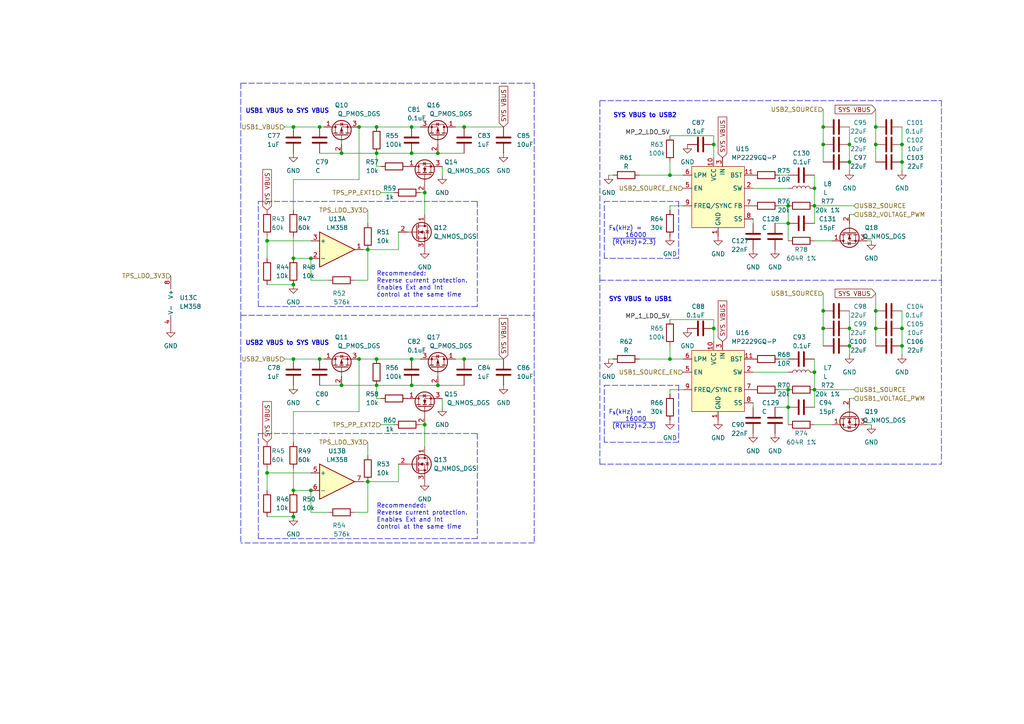
<source format=kicad_sch>
(kicad_sch (version 20211123) (generator eeschema)
  (paper "A4")
  (lib_symbols
    (symbol "Amplifier_Operational:LM358" (pin_names (offset 0.127))
      (property "Reference" "U" (at 0 5.08 0))
      (property "Value" "LM358" (at 0 -5.08 0))
      (symbol "LM358_1_1"
        (polyline (pts (xy -5.08 5.08) (xy 5.08 0) (xy -5.08 -5.08) (xy -5.08 5.08)) (stroke (width 0.254)) (fill (type background)))
        (pin output line (at 7.62 0 180) (length 2.54) (name "~") (number "1"))
        (pin input line (at -7.62 -2.54 0) (length 2.54) (name "-") (number "2"))
        (pin input line (at -7.62 2.54 0) (length 2.54) (name "+") (number "3"))
      )
      (symbol "LM358_2_1"
        (polyline (pts (xy -5.08 5.08) (xy 5.08 0) (xy -5.08 -5.08) (xy -5.08 5.08)) (stroke (width 0.254)) (fill (type background)))
        (pin input line (at -7.62 2.54 0) (length 2.54) (name "+") (number "5"))
        (pin input line (at -7.62 -2.54 0) (length 2.54) (name "-") (number "6"))
        (pin output line (at 7.62 0 180) (length 2.54) (name "~") (number "7"))
      )
      (symbol "LM358_3_1"
        (pin power_in line (at -2.54 -7.62 90) (length 3.81) (name "V-") (number "4"))
        (pin power_in line (at -2.54 7.62 270) (length 3.81) (name "V+") (number "8"))
      )
    )
    (symbol "Device:C" (pin_numbers hide) (pin_names (offset 0.254))
      (property "Reference" "C" (at 0.635 2.54 0))
      (property "Value" "C" (at 0.635 -2.54 0))
      (symbol "C_0_1"
        (polyline (pts (xy -2.032 -0.762) (xy 2.032 -0.762)) (stroke (width 0.508)))
        (polyline (pts (xy -2.032 0.762) (xy 2.032 0.762)) (stroke (width 0.508)))
      )
      (symbol "C_1_1"
        (pin passive line (at 0 3.81 270) (length 2.794) (name "~") (number "1"))
        (pin passive line (at 0 -3.81 90) (length 2.794) (name "~") (number "2"))
      )
    )
    (symbol "Device:L" (pin_numbers hide) (pin_names (offset 1.016) hide)
      (property "Reference" "L" (at -1.27 0 90))
      (property "Value" "L" (at 1.905 0 90))
      (symbol "L_0_1"
        (arc (start 0 -2.54) (mid 0.635 -1.905) (end 0 -1.27))
        (arc (start 0 -1.27) (mid 0.635 -0.635) (end 0 0))
        (arc (start 0 0) (mid 0.635 0.635) (end 0 1.27))
        (arc (start 0 1.27) (mid 0.635 1.905) (end 0 2.54))
      )
      (symbol "L_1_1"
        (pin passive line (at 0 3.81 270) (length 1.27) (name "1") (number "1"))
        (pin passive line (at 0 -3.81 90) (length 1.27) (name "2") (number "2"))
      )
    )
    (symbol "Device:Q_NMOS_DGS" (pin_names (offset 0) hide)
      (property "Reference" "Q" (at 5.08 1.27 0))
      (property "Value" "Q_NMOS_DGS" (at 5.08 -1.27 0))
      (symbol "Q_NMOS_DGS_0_1"
        (polyline (pts (xy 0.254 0) (xy -2.54 0)))
        (polyline (pts (xy 0.254 1.905) (xy 0.254 -1.905)) (stroke (width 0.254)))
        (polyline (pts (xy 0.762 -1.27) (xy 0.762 -2.286)) (stroke (width 0.254)))
        (polyline (pts (xy 0.762 0.508) (xy 0.762 -0.508)) (stroke (width 0.254)))
        (polyline (pts (xy 0.762 2.286) (xy 0.762 1.27)) (stroke (width 0.254)))
        (polyline (pts (xy 2.54 2.54) (xy 2.54 1.778)))
        (polyline (pts (xy 2.54 -2.54) (xy 2.54 0) (xy 0.762 0)))
        (polyline (pts (xy 0.762 -1.778) (xy 3.302 -1.778) (xy 3.302 1.778) (xy 0.762 1.778)))
        (polyline (pts (xy 1.016 0) (xy 2.032 0.381) (xy 2.032 -0.381) (xy 1.016 0)) (fill (type outline)))
        (polyline (pts (xy 2.794 0.508) (xy 2.921 0.381) (xy 3.683 0.381) (xy 3.81 0.254)))
        (polyline (pts (xy 3.302 0.381) (xy 2.921 -0.254) (xy 3.683 -0.254) (xy 3.302 0.381)))
        (circle (center 1.651 0) (radius 2.794) (stroke (width 0.254)))
        (circle (center 2.54 -1.778) (radius 0.254) (fill (type outline)))
        (circle (center 2.54 1.778) (radius 0.254) (fill (type outline)))
      )
      (symbol "Q_NMOS_DGS_1_1"
        (pin passive line (at 2.54 5.08 270) (length 2.54) (name "D") (number "1"))
        (pin input line (at -5.08 0 0) (length 2.54) (name "G") (number "2"))
        (pin passive line (at 2.54 -5.08 90) (length 2.54) (name "S") (number "3"))
      )
    )
    (symbol "Device:Q_PMOS_DGS" (pin_names (offset 0) hide)
      (property "Reference" "Q" (at 5.08 1.27 0))
      (property "Value" "Q_PMOS_DGS" (at 5.08 -1.27 0))
      (symbol "Q_PMOS_DGS_0_1"
        (polyline (pts (xy 0.254 0) (xy -2.54 0)))
        (polyline (pts (xy 0.254 1.905) (xy 0.254 -1.905)) (stroke (width 0.254)))
        (polyline (pts (xy 0.762 -1.27) (xy 0.762 -2.286)) (stroke (width 0.254)))
        (polyline (pts (xy 0.762 0.508) (xy 0.762 -0.508)) (stroke (width 0.254)))
        (polyline (pts (xy 0.762 2.286) (xy 0.762 1.27)) (stroke (width 0.254)))
        (polyline (pts (xy 2.54 2.54) (xy 2.54 1.778)))
        (polyline (pts (xy 2.54 -2.54) (xy 2.54 0) (xy 0.762 0)))
        (polyline (pts (xy 0.762 1.778) (xy 3.302 1.778) (xy 3.302 -1.778) (xy 0.762 -1.778)))
        (polyline (pts (xy 2.286 0) (xy 1.27 0.381) (xy 1.27 -0.381) (xy 2.286 0)) (fill (type outline)))
        (polyline (pts (xy 2.794 -0.508) (xy 2.921 -0.381) (xy 3.683 -0.381) (xy 3.81 -0.254)))
        (polyline (pts (xy 3.302 -0.381) (xy 2.921 0.254) (xy 3.683 0.254) (xy 3.302 -0.381)))
        (circle (center 1.651 0) (radius 2.794) (stroke (width 0.254)))
        (circle (center 2.54 -1.778) (radius 0.254) (fill (type outline)))
        (circle (center 2.54 1.778) (radius 0.254) (fill (type outline)))
      )
      (symbol "Q_PMOS_DGS_1_1"
        (pin passive line (at 2.54 5.08 270) (length 2.54) (name "D") (number "1"))
        (pin input line (at -5.08 0 0) (length 2.54) (name "G") (number "2"))
        (pin passive line (at 2.54 -5.08 90) (length 2.54) (name "S") (number "3"))
      )
    )
    (symbol "Device:R" (pin_numbers hide) (pin_names (offset 0))
      (property "Reference" "R" (at 2.032 0 90))
      (property "Value" "R" (at 0 0 90))
      (symbol "R_0_1"
        (rectangle (start -1.016 -2.54) (end 1.016 2.54) (stroke (width 0.254)))
      )
      (symbol "R_1_1"
        (pin passive line (at 0 3.81 270) (length 1.27) (name "~") (number "1"))
        (pin passive line (at 0 -3.81 90) (length 1.27) (name "~") (number "2"))
      )
    )
    (symbol "airsoft_controller:MP2229GQ-P"
      (property "Reference" "U" (at 3.81 12.7 0))
      (property "Value" "MP2229GQ-P" (at 8.89 10.16 0))
      (symbol "MP2229GQ-P_0_0"
        (pin passive line (at 0 -11.43 90) (length 2.54) (name "GND") (number "1"))
        (pin passive line (at -1.27 11.43 270) (length 2.54) (name "VCC") (number "10"))
        (pin passive line (at 10.16 6.35 180) (length 2.54) (name "BST") (number "11"))
        (pin passive line (at 0 -11.43 90) (length 2.54) hide (name "GND") (number "12"))
        (pin passive line (at 0 -11.43 90) (length 2.54) hide (name "GND") (number "13"))
        (pin passive line (at 0 -11.43 90) (length 2.54) hide (name "GND") (number "14"))
        (pin passive line (at 10.16 2.54 180) (length 2.54) (name "SW") (number "2"))
        (pin passive line (at 1.27 11.43 270) (length 2.54) (name "IN") (number "3"))
        (pin passive line (at 10.16 2.54 180) (length 2.54) hide (name "SW") (number "4"))
        (pin input line (at -10.16 2.54 0) (length 2.54) (name "EN") (number "5"))
        (pin input line (at -10.16 6.35 0) (length 2.54) (name "LPM") (number "6"))
        (pin input line (at 10.16 -2.54 180) (length 2.54) (name "FB") (number "7"))
        (pin passive line (at 10.16 -6.35 180) (length 2.54) (name "SS") (number "8"))
        (pin input line (at -10.16 -2.54 0) (length 2.54) (name "FREQ/SYNC") (number "9"))
        (pin passive line (at 1.27 11.43 270) (length 2.54) hide (name "IN") (number "PAD"))
      )
      (symbol "MP2229GQ-P_0_1"
        (rectangle (start -7.62 8.89) (end 7.62 -8.89) (fill (type background)))
        (rectangle (start 5.08 -2.54) (end 5.08 -2.54))
      )
    )
    (symbol "power:GND" (power) (pin_names (offset 0))
      (property "Value" "GND" (at 0 -3.81 0))
      (symbol "GND_0_1"
        (polyline (pts (xy 0 0) (xy 0 -1.27) (xy 1.27 -1.27) (xy 0 -2.54) (xy -1.27 -1.27) (xy 0 -1.27)))
      )
      (symbol "GND_1_1"
        (pin power_in line (at 0 0 270) (length 0) hide (name "GND") (number "1"))
      )
    )
  )
  (junction (at 77.47 69.85))
  (junction (at 228.6 113.03))
  (junction (at 85.09 36.83))
  (junction (at 228.6 59.69))
  (junction (at 99.06 44.45))
  (junction (at 109.22 104.14))
  (junction (at 236.22 59.69))
  (junction (at 85.09 142.24))
  (junction (at 123.19 123.19))
  (junction (at 246.38 100.33))
  (junction (at 85.09 104.14))
  (junction (at 261.62 41.91))
  (junction (at 236.22 107.95))
  (junction (at 92.71 36.83))
  (junction (at 109.22 111.76))
  (junction (at 254 90.17))
  (junction (at 85.09 82.55))
  (junction (at 228.6 118.11))
  (junction (at 194.31 50.8))
  (junction (at 99.06 111.76))
  (junction (at 109.22 36.83))
  (junction (at 85.09 74.93))
  (junction (at 261.62 46.99))
  (junction (at 228.6 64.77))
  (junction (at 238.76 41.91))
  (junction (at 106.68 72.39))
  (junction (at 106.68 139.7))
  (junction (at 207.01 41.91))
  (junction (at 261.62 95.25))
  (junction (at 238.76 90.17))
  (junction (at 127 111.76))
  (junction (at 127 44.45))
  (junction (at 134.62 36.83))
  (junction (at 254 36.83))
  (junction (at 77.47 137.16))
  (junction (at 207.01 95.25))
  (junction (at 104.14 104.14))
  (junction (at 90.17 142.24))
  (junction (at 90.17 74.93))
  (junction (at 123.19 55.88))
  (junction (at 254 95.25))
  (junction (at 246.38 46.99))
  (junction (at 104.14 36.83))
  (junction (at 238.76 36.83))
  (junction (at 85.09 149.86))
  (junction (at 194.31 104.14))
  (junction (at 119.38 111.76))
  (junction (at 134.62 104.14))
  (junction (at 238.76 95.25))
  (junction (at 261.62 100.33))
  (junction (at 109.22 44.45))
  (junction (at 119.38 44.45))
  (junction (at 236.22 113.03))
  (junction (at 254 41.91))
  (junction (at 119.38 36.83))
  (junction (at 119.38 104.14))
  (junction (at 92.71 104.14))
  (junction (at 236.22 54.61))
  (junction (at 246.38 95.25))
  (junction (at 246.38 41.91))
  (polyline (pts (xy 69.85 24.13) (xy 69.85 91.44)))
  (wire (pts (xy 238.76 100.33) (xy 238.76 95.25)))
  (wire (pts (xy 85.09 52.07) (xy 104.14 52.07)))
  (wire (pts (xy 99.06 44.45) (xy 109.22 44.45)))
  (wire (pts (xy 92.71 44.45) (xy 99.06 44.45)))
  (polyline (pts (xy 173.99 81.28) (xy 273.05 81.28)))
  (wire (pts (xy 109.22 104.14) (xy 119.38 104.14)))
  (wire (pts (xy 123.19 55.88) (xy 123.19 62.23)))
  (wire (pts (xy 99.06 111.76) (xy 109.22 111.76)))
  (polyline (pts (xy 138.43 88.9) (xy 74.93 88.9)))
  (wire (pts (xy 236.22 123.19) (xy 241.3 123.19)))
  (wire (pts (xy 194.31 92.71) (xy 207.01 92.71)))
  (wire (pts (xy 109.22 115.57) (xy 109.22 111.76)))
  (wire (pts (xy 110.49 115.57) (xy 109.22 115.57)))
  (wire (pts (xy 77.47 142.24) (xy 77.47 137.16)))
  (wire (pts (xy 246.38 100.33) (xy 246.38 95.25)))
  (polyline (pts (xy 173.99 29.21) (xy 273.05 29.21)))
  (polyline (pts (xy 69.85 91.44) (xy 69.85 157.48)))
  (polyline (pts (xy 154.94 24.13) (xy 154.94 91.44)))
  (polyline (pts (xy 175.26 74.93) (xy 175.26 58.42)))
  (wire (pts (xy 95.25 81.28) (xy 90.17 81.28)))
  (wire (pts (xy 194.31 104.14) (xy 194.31 100.33)))
  (wire (pts (xy 176.53 50.8) (xy 177.8 50.8)))
  (wire (pts (xy 218.44 107.95) (xy 228.6 107.95)))
  (wire (pts (xy 77.47 149.86) (xy 85.09 149.86)))
  (wire (pts (xy 105.41 72.39) (xy 106.68 72.39)))
  (polyline (pts (xy 196.85 58.42) (xy 196.85 74.93)))
  (wire (pts (xy 236.22 59.69) (xy 247.65 59.69)))
  (wire (pts (xy 90.17 148.59) (xy 90.17 142.24)))
  (wire (pts (xy 238.76 31.75) (xy 238.76 36.83)))
  (polyline (pts (xy 74.93 88.9) (xy 74.93 58.42)))
  (polyline (pts (xy 138.43 156.21) (xy 74.93 156.21)))
  (wire (pts (xy 104.14 104.14) (xy 109.22 104.14)))
  (wire (pts (xy 134.62 104.14) (xy 146.05 104.14)))
  (wire (pts (xy 236.22 113.03) (xy 236.22 118.11)))
  (wire (pts (xy 194.31 104.14) (xy 198.12 104.14)))
  (polyline (pts (xy 154.94 91.44) (xy 154.94 157.48)))
  (polyline (pts (xy 69.85 91.44) (xy 154.94 91.44)))
  (wire (pts (xy 228.6 59.69) (xy 228.6 64.77)))
  (polyline (pts (xy 196.85 74.93) (xy 175.26 74.93)))
  (wire (pts (xy 194.31 39.37) (xy 207.01 39.37)))
  (wire (pts (xy 226.06 104.14) (xy 228.6 104.14)))
  (wire (pts (xy 109.22 36.83) (xy 119.38 36.83)))
  (polyline (pts (xy 273.05 81.28) (xy 273.05 134.62)))
  (wire (pts (xy 109.22 44.45) (xy 119.38 44.45)))
  (wire (pts (xy 261.62 41.91) (xy 261.62 46.99)))
  (wire (pts (xy 254 36.83) (xy 254 41.91)))
  (wire (pts (xy 92.71 111.76) (xy 99.06 111.76)))
  (wire (pts (xy 85.09 142.24) (xy 90.17 142.24)))
  (polyline (pts (xy 138.43 58.42) (xy 138.43 88.9)))
  (wire (pts (xy 115.57 72.39) (xy 106.68 72.39)))
  (polyline (pts (xy 138.43 125.73) (xy 138.43 156.21)))
  (wire (pts (xy 106.68 139.7) (xy 106.68 148.59)))
  (wire (pts (xy 226.06 50.8) (xy 228.6 50.8)))
  (wire (pts (xy 77.47 74.93) (xy 77.47 69.85)))
  (wire (pts (xy 236.22 69.85) (xy 241.3 69.85)))
  (wire (pts (xy 246.38 41.91) (xy 246.38 36.83)))
  (wire (pts (xy 115.57 67.31) (xy 115.57 72.39)))
  (wire (pts (xy 228.6 113.03) (xy 228.6 118.11)))
  (wire (pts (xy 85.09 135.89) (xy 85.09 142.24)))
  (wire (pts (xy 246.38 95.25) (xy 246.38 90.17)))
  (wire (pts (xy 224.79 118.11) (xy 228.6 118.11)))
  (wire (pts (xy 236.22 113.03) (xy 247.65 113.03)))
  (wire (pts (xy 92.71 36.83) (xy 93.98 36.83)))
  (wire (pts (xy 85.09 36.83) (xy 92.71 36.83)))
  (wire (pts (xy 115.57 134.62) (xy 115.57 139.7)))
  (wire (pts (xy 109.22 111.76) (xy 119.38 111.76)))
  (wire (pts (xy 85.09 60.96) (xy 85.09 52.07)))
  (wire (pts (xy 119.38 111.76) (xy 127 111.76)))
  (wire (pts (xy 236.22 50.8) (xy 236.22 54.61)))
  (wire (pts (xy 92.71 104.14) (xy 93.98 104.14)))
  (wire (pts (xy 246.38 102.87) (xy 246.38 100.33)))
  (wire (pts (xy 207.01 92.71) (xy 207.01 95.25)))
  (polyline (pts (xy 173.99 81.28) (xy 173.99 29.21)))
  (wire (pts (xy 132.08 36.83) (xy 134.62 36.83)))
  (wire (pts (xy 238.76 46.99) (xy 238.76 41.91)))
  (wire (pts (xy 128.27 115.57) (xy 128.27 118.11)))
  (wire (pts (xy 254 90.17) (xy 254 95.25)))
  (wire (pts (xy 115.57 139.7) (xy 106.68 139.7)))
  (wire (pts (xy 110.49 55.88) (xy 114.3 55.88)))
  (wire (pts (xy 238.76 95.25) (xy 238.76 90.17)))
  (wire (pts (xy 254 95.25) (xy 254 100.33)))
  (wire (pts (xy 194.31 60.96) (xy 194.31 59.69)))
  (polyline (pts (xy 74.93 58.42) (xy 138.43 58.42)))
  (wire (pts (xy 106.68 60.96) (xy 106.68 64.77)))
  (wire (pts (xy 207.01 45.72) (xy 207.01 41.91)))
  (polyline (pts (xy 196.85 128.27) (xy 175.26 128.27)))
  (wire (pts (xy 104.14 36.83) (xy 104.14 52.07)))
  (wire (pts (xy 236.22 59.69) (xy 236.22 64.77)))
  (polyline (pts (xy 196.85 111.76) (xy 196.85 128.27)))
  (wire (pts (xy 106.68 128.27) (xy 106.68 132.08)))
  (wire (pts (xy 226.06 113.03) (xy 228.6 113.03)))
  (wire (pts (xy 119.38 36.83) (xy 121.92 36.83)))
  (wire (pts (xy 85.09 119.38) (xy 104.14 119.38)))
  (polyline (pts (xy 74.93 125.73) (xy 138.43 125.73)))
  (wire (pts (xy 128.27 48.26) (xy 128.27 50.8)))
  (wire (pts (xy 85.09 68.58) (xy 85.09 74.93)))
  (wire (pts (xy 176.53 104.14) (xy 177.8 104.14)))
  (polyline (pts (xy 175.26 111.76) (xy 196.85 111.76)))
  (wire (pts (xy 194.31 59.69) (xy 198.12 59.69)))
  (wire (pts (xy 226.06 59.69) (xy 228.6 59.69)))
  (wire (pts (xy 121.92 55.88) (xy 123.19 55.88)))
  (wire (pts (xy 238.76 85.09) (xy 238.76 90.17)))
  (wire (pts (xy 106.68 72.39) (xy 106.68 81.28)))
  (wire (pts (xy 110.49 48.26) (xy 109.22 48.26)))
  (wire (pts (xy 254 85.09) (xy 254 90.17)))
  (wire (pts (xy 261.62 90.17) (xy 261.62 95.25)))
  (wire (pts (xy 236.22 54.61) (xy 236.22 59.69)))
  (wire (pts (xy 110.49 123.19) (xy 114.3 123.19)))
  (wire (pts (xy 194.31 50.8) (xy 194.31 46.99)))
  (wire (pts (xy 90.17 81.28) (xy 90.17 74.93)))
  (wire (pts (xy 127 111.76) (xy 134.62 111.76)))
  (wire (pts (xy 261.62 46.99) (xy 261.62 49.53)))
  (wire (pts (xy 104.14 104.14) (xy 104.14 119.38)))
  (wire (pts (xy 236.22 104.14) (xy 236.22 107.95)))
  (wire (pts (xy 85.09 74.93) (xy 90.17 74.93)))
  (polyline (pts (xy 173.99 134.62) (xy 173.99 81.28)))
  (wire (pts (xy 85.09 128.27) (xy 85.09 119.38)))
  (wire (pts (xy 194.31 114.3) (xy 194.31 113.03)))
  (wire (pts (xy 254 41.91) (xy 254 46.99)))
  (wire (pts (xy 252.73 123.19) (xy 251.46 123.19)))
  (wire (pts (xy 252.73 69.85) (xy 251.46 69.85)))
  (wire (pts (xy 207.01 39.37) (xy 207.01 41.91)))
  (wire (pts (xy 247.65 115.57) (xy 246.38 115.57)))
  (polyline (pts (xy 154.94 157.48) (xy 69.85 157.48)))
  (wire (pts (xy 123.19 123.19) (xy 123.19 129.54)))
  (wire (pts (xy 218.44 54.61) (xy 228.6 54.61)))
  (wire (pts (xy 82.55 36.83) (xy 85.09 36.83)))
  (wire (pts (xy 77.47 137.16) (xy 90.17 137.16)))
  (wire (pts (xy 121.92 123.19) (xy 123.19 123.19)))
  (wire (pts (xy 247.65 62.23) (xy 246.38 62.23)))
  (polyline (pts (xy 69.85 24.13) (xy 154.94 24.13)))
  (wire (pts (xy 77.47 69.85) (xy 90.17 69.85)))
  (wire (pts (xy 95.25 148.59) (xy 90.17 148.59)))
  (wire (pts (xy 77.47 135.89) (xy 77.47 137.16)))
  (wire (pts (xy 194.31 113.03) (xy 198.12 113.03)))
  (wire (pts (xy 218.44 118.11) (xy 218.44 116.84)))
  (wire (pts (xy 228.6 118.11) (xy 228.6 123.19)))
  (polyline (pts (xy 273.05 29.21) (xy 273.05 81.28)))
  (wire (pts (xy 134.62 36.83) (xy 146.05 36.83)))
  (wire (pts (xy 104.14 36.83) (xy 109.22 36.83)))
  (wire (pts (xy 77.47 68.58) (xy 77.47 69.85)))
  (wire (pts (xy 105.41 139.7) (xy 106.68 139.7)))
  (wire (pts (xy 228.6 64.77) (xy 228.6 69.85)))
  (wire (pts (xy 207.01 99.06) (xy 207.01 95.25)))
  (polyline (pts (xy 175.26 58.42) (xy 196.85 58.42)))
  (wire (pts (xy 261.62 100.33) (xy 261.62 102.87)))
  (wire (pts (xy 218.44 64.77) (xy 218.44 63.5)))
  (wire (pts (xy 132.08 104.14) (xy 134.62 104.14)))
  (wire (pts (xy 119.38 44.45) (xy 127 44.45)))
  (wire (pts (xy 82.55 104.14) (xy 85.09 104.14)))
  (wire (pts (xy 85.09 104.14) (xy 92.71 104.14)))
  (wire (pts (xy 246.38 49.53) (xy 246.38 46.99)))
  (wire (pts (xy 102.87 81.28) (xy 106.68 81.28)))
  (polyline (pts (xy 173.99 134.62) (xy 273.05 134.62)))
  (wire (pts (xy 185.42 104.14) (xy 194.31 104.14)))
  (wire (pts (xy 109.22 48.26) (xy 109.22 44.45)))
  (wire (pts (xy 236.22 107.95) (xy 236.22 113.03)))
  (wire (pts (xy 194.31 50.8) (xy 198.12 50.8)))
  (wire (pts (xy 224.79 64.77) (xy 228.6 64.77)))
  (polyline (pts (xy 74.93 156.21) (xy 74.93 125.73)))
  (wire (pts (xy 254 31.75) (xy 254 36.83)))
  (wire (pts (xy 127 44.45) (xy 134.62 44.45)))
  (polyline (pts (xy 175.26 128.27) (xy 175.26 111.76)))
  (wire (pts (xy 119.38 104.14) (xy 121.92 104.14)))
  (wire (pts (xy 185.42 50.8) (xy 194.31 50.8)))
  (wire (pts (xy 261.62 95.25) (xy 261.62 100.33)))
  (wire (pts (xy 102.87 148.59) (xy 106.68 148.59)))
  (wire (pts (xy 261.62 36.83) (xy 261.62 41.91)))
  (wire (pts (xy 77.47 82.55) (xy 85.09 82.55)))
  (wire (pts (xy 246.38 46.99) (xy 246.38 41.91)))
  (wire (pts (xy 238.76 41.91) (xy 238.76 36.83)))
  (text "F_{s}(kHz) = \n	16000\n ~{(R(kHz)+2.3)}" (at 176.53 71.12 0) (effects (font (size 1.27 1.27)) (justify left bottom)))
  (text "USB1 VBUS to SYS VBUS" (at 71.12 33.02 0) (effects (font (size 1.27 1.27) bold) (justify left bottom)))
  (text "F_{s}(kHz) = \n	16000\n ~{(R(kHz)+2.3)}" (at 176.53 124.46 0) (effects (font (size 1.27 1.27)) (justify left bottom)))
  (text "Recommended:\nReverse current protection.\nEnables Ext and Int\nćontrol at the same time" (at 109.22 153.67 0) (effects (font (size 1.27 1.27)) (justify left bottom)))
  (text "SYS VBUS to USB2" (at 177.8 34.29 0) (effects (font (size 1.27 1.27) bold) (justify left bottom)))
  (text "USB2 VBUS to SYS VBUS" (at 71.12 100.33 0) (effects (font (size 1.27 1.27) bold) (justify left bottom)))
  (text "Recommended:\nReverse current protection.\nEnables Ext and Int\nćontrol at the same time" (at 109.22 86.36 0) (effects (font (size 1.27 1.27)) (justify left bottom)))
  (text "SYS VBUS to USB1" (at 176.53 87.63 0) (effects (font (size 1.27 1.27) bold) (justify left bottom)))
  (label "MP_2_LDO_5V" (at 194.31 39.37 180))
  (label "MP_1_LDO_5V" (at 194.31 92.71 180))
  (global_label "SYS VBUS" (shape input) (at 209.55 45.72 90) (property "Intersheet References" "${INTERSHEET_REFS}" (effects hide)))
  (global_label "SYS VBUS" (shape input) (at 146.05 104.14 90) (property "Intersheet References" "${INTERSHEET_REFS}" (effects hide)))
  (global_label "SYS VBUS" (shape input) (at 209.55 99.06 90) (property "Intersheet References" "${INTERSHEET_REFS}" (effects hide)))
  (global_label "SYS VBUS" (shape input) (at 254 31.75 180) (property "Intersheet References" "${INTERSHEET_REFS}" (effects hide)))
  (global_label "SYS VBUS" (shape input) (at 254 85.09 180) (property "Intersheet References" "${INTERSHEET_REFS}" (effects hide)))
  (global_label "SYS VBUS" (shape input) (at 146.05 36.83 90) (property "Intersheet References" "${INTERSHEET_REFS}" (effects hide)))
  (global_label "SYS VBUS" (shape input) (at 77.47 60.96 90) (property "Intersheet References" "${INTERSHEET_REFS}" (effects hide)))
  (global_label "SYS VBUS" (shape input) (at 77.47 128.27 90) (property "Intersheet References" "${INTERSHEET_REFS}" (effects hide)))
  (hierarchical_label "USB1_SOURCE" (shape input) (at 238.76 85.09 180))
  (hierarchical_label "USB2_SOURCE" (shape input) (at 238.76 31.75 180))
  (hierarchical_label "USB2_VOLTAGE_PWM" (shape input) (at 247.65 62.23 0))
  (hierarchical_label "TPS_LDO_3V3" (shape input) (at 49.53 80.01 180))
  (hierarchical_label "USB1_SOURCE_EN" (shape input) (at 198.12 107.95 180))
  (hierarchical_label "USB1_VOLTAGE_PWM" (shape input) (at 247.65 115.57 0))
  (hierarchical_label "USB2_SOURCE" (shape input) (at 247.65 59.69 0))
  (hierarchical_label "TPS_LDO_3V3" (shape input) (at 106.68 60.96 180))
  (hierarchical_label "TPS_LDO_3V3" (shape input) (at 106.68 128.27 180))
  (hierarchical_label "USB2_SOURCE_EN" (shape input) (at 198.12 54.61 180))
  (hierarchical_label "USB1_VBUS" (shape input) (at 82.55 36.83 180))
  (hierarchical_label "TPS_PP_EXT1" (shape input) (at 110.49 55.88 180))
  (hierarchical_label "USB2_VBUS" (shape input) (at 82.55 104.14 180))
  (hierarchical_label "USB1_SOURCE" (shape input) (at 247.65 113.03 0))
  (hierarchical_label "TPS_PP_EXT2" (shape input) (at 110.49 123.19 180))
  (symbol (lib_id "Device:Q_NMOS_DGS") (at 246.38 67.31 90) (mirror x) (unit 1)
    (property "Reference" "Q18" (at 252.73 66.04 90))
    (property "Value" "Q_NMOS_DGS" (at 256.54 68.58 90))
  )
  (symbol (lib_id "Device:C") (at 257.81 100.33 90) (mirror x) (unit 1)
    (property "Reference" "C106" (at 267.97 99.06 90) (effects (justify left)))
    (property "Value" "22uF" (at 267.97 101.6 90) (effects (justify left)))
  )
  (symbol (lib_id "Device:R") (at 118.11 55.88 90) (unit 1)
    (property "Reference" "R59" (at 113.03 54.61 90))
    (property "Value" "1k" (at 113.03 57.15 90))
  )
  (symbol (lib_id "power:GND") (at 208.28 68.58 0) (unit 1)
    (property "Reference" "#PWR0229" (effects hide))
    (property "Value" "GND" (at 208.28 73.66 0))
  )
  (symbol (lib_id "Device:C") (at 134.62 107.95 0) (unit 1)
    (property "Reference" "C84" (at 138.43 106.68 0) (effects (justify left)))
    (property "Value" "1uF" (at 138.43 109.22 0) (effects (justify left)))
  )
  (symbol (lib_id "power:GND") (at 199.39 41.91 0) (unit 1)
    (property "Reference" "#PWR0223" (effects hide))
    (property "Value" "GND" (at 199.39 46.99 0))
  )
  (symbol (lib_id "Device:R") (at 85.09 78.74 180) (unit 1)
    (property "Reference" "R48" (at 87.63 77.4699 0) (effects (justify right)))
    (property "Value" "10k" (at 87.63 80.0099 0) (effects (justify right)))
  )
  (symbol (lib_id "Device:C") (at 146.05 40.64 0) (unit 1)
    (property "Reference" "C85" (at 149.86 39.37 0) (effects (justify left)))
    (property "Value" "10uF" (at 149.86 41.91 0) (effects (justify left)))
  )
  (symbol (lib_id "Device:C") (at 203.2 41.91 90) (unit 1)
    (property "Reference" "C87" (at 204.47 35.56 90) (effects (justify left)))
    (property "Value" "0.1uF" (at 204.47 38.1 90) (effects (justify left)))
  )
  (symbol (lib_id "Device:Q_NMOS_DGS") (at 120.65 67.31 0) (unit 1)
    (property "Reference" "Q12" (at 125.73 66.04 0) (effects (justify left)))
    (property "Value" "Q_NMOS_DGS" (at 125.73 68.58 0) (effects (justify left)))
  )
  (symbol (lib_id "Device:R") (at 114.3 115.57 90) (unit 1)
    (property "Reference" "R58" (at 107.95 114.3 90))
    (property "Value" "10k" (at 107.95 116.84 90))
  )
  (symbol (lib_id "Device:R") (at 114.3 48.26 90) (unit 1)
    (property "Reference" "R57" (at 107.95 46.99 90))
    (property "Value" "10k" (at 107.95 49.53 90))
  )
  (symbol (lib_id "Device:R") (at 222.25 113.03 270) (unit 1)
    (property "Reference" "R70" (at 227.33 111.76 90))
    (property "Value" "20k" (at 227.33 114.3 90))
  )
  (symbol (lib_id "power:GND") (at 123.19 139.7 0) (unit 1)
    (property "Reference" "#PWR0255" (effects hide))
    (property "Value" "GND" (at 123.19 144.78 0))
  )
  (symbol (lib_id "Device:C") (at 257.81 41.91 90) (mirror x) (unit 1)
    (property "Reference" "C102" (at 267.97 40.64 90) (effects (justify left)))
    (property "Value" "10uF" (at 267.97 43.18 90) (effects (justify left)))
  )
  (symbol (lib_id "Device:C") (at 119.38 40.64 0) (unit 1)
    (property "Reference" "C81" (at 118.11 31.75 0) (effects (justify left)))
    (property "Value" "0.1uF" (at 118.11 34.29 0) (effects (justify left)))
  )
  (symbol (lib_id "Device:C") (at 242.57 36.83 90) (unit 1)
    (property "Reference" "C95" (at 251.46 35.56 90) (effects (justify left)))
    (property "Value" "22uF" (at 251.46 38.1 90) (effects (justify left)))
  )
  (symbol (lib_id "power:GND") (at 261.62 49.53 0) (mirror y) (unit 1)
    (property "Reference" "#PWR0227" (effects hide))
    (property "Value" "GND" (at 261.62 54.61 0))
  )
  (symbol (lib_id "Device:R") (at 77.47 64.77 0) (unit 1)
    (property "Reference" "R43" (at 78.74 63.5 0) (effects (justify left)))
    (property "Value" "60k" (at 78.74 66.04 0) (effects (justify left)))
  )
  (symbol (lib_id "Device:R") (at 232.41 113.03 270) (unit 1)
    (property "Reference" "R72" (at 240.03 111.76 90))
    (property "Value" "20k 1%" (at 240.03 114.3 90))
  )
  (symbol (lib_id "power:GND") (at 128.27 118.11 0) (unit 1)
    (property "Reference" "#PWR0258" (effects hide))
    (property "Value" "GND" (at 128.27 123.19 0))
  )
  (symbol (lib_id "power:GND") (at 85.09 149.86 0) (unit 1)
    (property "Reference" "#PWR0262" (effects hide))
    (property "Value" "GND" (at 85.09 154.94 0))
  )
  (symbol (lib_id "Device:R") (at 77.47 78.74 180) (unit 1)
    (property "Reference" "R44" (at 80.01 77.4699 0) (effects (justify right)))
    (property "Value" "10k" (at 80.01 80.0099 0) (effects (justify right)))
  )
  (symbol (lib_id "Device:R") (at 85.09 132.08 0) (unit 1)
    (property "Reference" "R49" (at 86.36 130.81 0) (effects (justify left)))
    (property "Value" "60k" (at 86.36 133.35 0) (effects (justify left)))
  )
  (symbol (lib_id "Device:R") (at 85.09 146.05 180) (unit 1)
    (property "Reference" "R50" (at 87.63 144.7799 0) (effects (justify right)))
    (property "Value" "10k" (at 87.63 147.3199 0) (effects (justify right)))
  )
  (symbol (lib_id "Device:R") (at 106.68 68.58 180) (unit 1)
    (property "Reference" "R51" (at 109.22 67.3099 0) (effects (justify right)))
    (property "Value" "10k" (at 109.22 69.8499 0) (effects (justify right)))
  )
  (symbol (lib_id "Device:C") (at 232.41 118.11 270) (unit 1)
    (property "Reference" "C94" (at 237.49 116.84 90) (effects (justify left)))
    (property "Value" "15pF" (at 237.49 119.38 90) (effects (justify left)))
  )
  (symbol (lib_id "Device:Q_PMOS_DGS") (at 99.06 39.37 90) (unit 1)
    (property "Reference" "Q10" (at 99.06 30.48 90))
    (property "Value" "Q_PMOS_DGS" (at 104.14 33.02 90))
  )
  (symbol (lib_id "Device:C") (at 218.44 121.92 0) (unit 1)
    (property "Reference" "C90" (at 212.09 123.19 0) (effects (justify left)))
    (property "Value" "22nF" (at 212.09 125.73 0) (effects (justify left)))
  )
  (symbol (lib_id "Device:Q_NMOS_DGS") (at 120.65 134.62 0) (unit 1)
    (property "Reference" "Q13" (at 125.73 133.35 0) (effects (justify left)))
    (property "Value" "Q_NMOS_DGS" (at 125.73 135.89 0) (effects (justify left)))
  )
  (symbol (lib_id "power:GND") (at 208.28 121.92 0) (unit 1)
    (property "Reference" "#PWR0238" (effects hide))
    (property "Value" "GND" (at 208.28 127 0))
  )
  (symbol (lib_id "Device:Q_PMOS_DGS") (at 99.06 106.68 90) (unit 1)
    (property "Reference" "Q11" (at 99.06 97.79 90))
    (property "Value" "Q_PMOS_DGS" (at 104.14 100.33 90))
  )
  (symbol (lib_id "Device:R") (at 99.06 148.59 270) (unit 1)
    (property "Reference" "R54" (at 100.33 152.4 90) (effects (justify right)))
    (property "Value" "576k" (at 101.6 154.94 90) (effects (justify right)))
  )
  (symbol (lib_id "Device:R") (at 232.41 123.19 90) (unit 1)
    (property "Reference" "R74" (at 232.41 125.73 90))
    (property "Value" "604R 1%" (at 232.41 128.27 90))
  )
  (symbol (lib_id "Device:R") (at 194.31 118.11 180) (unit 1)
    (property "Reference" "R66" (at 190.5 116.84 0))
    (property "Value" "30k" (at 190.5 119.38 0))
  )
  (symbol (lib_id "Device:C") (at 242.57 95.25 90) (unit 1)
    (property "Reference" "C99" (at 251.46 93.98 90) (effects (justify left)))
    (property "Value" "22uF" (at 251.46 96.52 90) (effects (justify left)))
  )
  (symbol (lib_id "Device:C") (at 257.81 36.83 90) (mirror x) (unit 1)
    (property "Reference" "C101" (at 267.97 35.56 90) (effects (justify left)))
    (property "Value" "0.1uF" (at 267.97 38.1 90) (effects (justify left)))
  )
  (symbol (lib_id "Device:C") (at 92.71 107.95 0) (unit 1)
    (property "Reference" "C80" (at 91.44 114.3 0) (effects (justify left)))
    (property "Value" "C" (at 91.44 116.84 0) (effects (justify left)))
  )
  (symbol (lib_id "Device:C") (at 134.62 40.64 0) (unit 1)
    (property "Reference" "C83" (at 138.43 39.37 0) (effects (justify left)))
    (property "Value" "1uF" (at 138.43 41.91 0) (effects (justify left)))
  )
  (symbol (lib_id "Device:Q_NMOS_DGS") (at 123.19 50.8 90) (unit 1)
    (property "Reference" "Q14" (at 130.81 46.99 90))
    (property "Value" "Q_NMOS_DGS" (at 135.89 49.53 90))
  )
  (symbol (lib_id "Device:R") (at 99.06 81.28 270) (unit 1)
    (property "Reference" "R52" (at 100.33 85.09 90) (effects (justify right)))
    (property "Value" "576k" (at 101.6 87.63 90) (effects (justify right)))
  )
  (symbol (lib_id "power:GND") (at 252.73 69.85 0) (unit 1)
    (property "Reference" "#PWR0291" (effects hide))
    (property "Value" "GND" (at 252.73 74.93 0))
  )
  (symbol (lib_id "Device:R") (at 77.47 132.08 0) (unit 1)
    (property "Reference" "R45" (at 78.74 130.81 0) (effects (justify left)))
    (property "Value" "60k" (at 78.74 133.35 0) (effects (justify left)))
  )
  (symbol (lib_id "Device:C") (at 85.09 40.64 0) (unit 1)
    (property "Reference" "C77" (at 77.47 39.37 0) (effects (justify left)))
    (property "Value" "1uF" (at 77.47 41.91 0) (effects (justify left)))
  )
  (symbol (lib_id "power:GND") (at 252.73 123.19 0) (unit 1)
    (property "Reference" "#PWR0246" (effects hide))
    (property "Value" "GND" (at 252.73 128.27 0))
  )
  (symbol (lib_id "power:GND") (at 85.09 82.55 0) (unit 1)
    (property "Reference" "#PWR0247" (effects hide))
    (property "Value" "GND" (at 85.09 87.63 0))
  )
  (symbol (lib_id "power:GND") (at 146.05 111.76 0) (unit 1)
    (property "Reference" "#PWR0256" (effects hide))
    (property "Value" "GND" (at 146.05 116.84 0))
  )
  (symbol (lib_id "airsoft_controller:MP2229GQ-P") (at 208.28 110.49 0) (unit 1)
    (property "Reference" "U16" (at 213.36 96.52 0) (effects (justify left)))
    (property "Value" "MP2229GQ-P" (at 212.09 99.06 0) (effects (justify left)))
    (property "Datasheet" "https://www.mouser.ee/datasheet/2/277/MP2229GQ_Z-2945542.pdf" (effects hide))
  )
  (symbol (lib_id "Device:R") (at 109.22 40.64 0) (unit 1)
    (property "Reference" "R55" (at 111.76 39.3699 0) (effects (justify left)))
    (property "Value" "100k" (at 111.76 41.91 0) (effects (justify left)))
  )
  (symbol (lib_id "Device:R") (at 194.31 43.18 180) (unit 1)
    (property "Reference" "R63" (at 190.5 41.91 0))
    (property "Value" "100k" (at 190.5 44.45 0))
  )
  (symbol (lib_id "power:GND") (at 176.53 50.8 0) (unit 1)
    (property "Reference" "#PWR0225" (effects hide))
    (property "Value" "GND" (at 176.53 55.88 0))
  )
  (symbol (lib_id "Device:C") (at 92.71 40.64 0) (unit 1)
    (property "Reference" "C79" (at 91.44 46.99 0) (effects (justify left)))
    (property "Value" "C" (at 91.44 49.53 0) (effects (justify left)))
  )
  (symbol (lib_id "Device:C") (at 119.38 107.95 0) (unit 1)
    (property "Reference" "C82" (at 118.11 99.06 0) (effects (justify left)))
    (property "Value" "0.1uF" (at 118.11 101.6 0) (effects (justify left)))
  )
  (symbol (lib_id "power:GND") (at 176.53 104.14 0) (unit 1)
    (property "Reference" "#PWR0233" (effects hide))
    (property "Value" "GND" (at 176.53 109.22 0))
  )
  (symbol (lib_id "Device:C") (at 232.41 64.77 270) (unit 1)
    (property "Reference" "C131" (at 237.49 63.5 90) (effects (justify left)))
    (property "Value" "15pF" (at 237.49 66.04 90) (effects (justify left)))
  )
  (symbol (lib_id "power:GND") (at 194.31 121.92 0) (unit 1)
    (property "Reference" "#PWR0234" (effects hide))
    (property "Value" "GND" (at 194.31 127 0))
  )
  (symbol (lib_id "Device:R") (at 109.22 107.95 0) (unit 1)
    (property "Reference" "R56" (at 111.76 106.6799 0) (effects (justify left)))
    (property "Value" "100k" (at 111.76 109.22 0) (effects (justify left)))
  )
  (symbol (lib_id "power:GND") (at 218.44 72.39 0) (unit 1)
    (property "Reference" "#PWR0289" (effects hide))
    (property "Value" "GND" (at 218.44 77.47 0))
  )
  (symbol (lib_id "Amplifier_Operational:LM358") (at 97.79 72.39 0) (unit 1)
    (property "Reference" "U13" (at 97.79 63.5 0))
    (property "Value" "LM358" (at 97.79 66.04 0))
    (property "Datasheet" "http://www.ti.com/lit/ds/symlink/lm2904-n.pdf" (effects hide))
  )
  (symbol (lib_id "Device:Q_PMOS_DGS") (at 127 106.68 270) (mirror x) (unit 1)
    (property "Reference" "Q17" (at 125.73 97.79 90))
    (property "Value" "Q_PMOS_DGS" (at 130.81 100.33 90))
  )
  (symbol (lib_id "power:GND") (at 246.38 102.87 0) (unit 1)
    (property "Reference" "#PWR0239" (effects hide))
    (property "Value" "GND" (at 246.38 107.95 0))
  )
  (symbol (lib_id "Device:Q_PMOS_DGS") (at 127 39.37 270) (mirror x) (unit 1)
    (property "Reference" "Q16" (at 125.73 30.48 90))
    (property "Value" "Q_PMOS_DGS" (at 130.81 33.02 90))
  )
  (symbol (lib_id "Device:R") (at 194.31 96.52 180) (unit 1)
    (property "Reference" "R65" (at 190.5 95.25 0))
    (property "Value" "100k" (at 190.5 97.79 0))
  )
  (symbol (lib_id "Device:C") (at 242.57 90.17 90) (unit 1)
    (property "Reference" "C98" (at 251.46 88.9 90) (effects (justify left)))
    (property "Value" "22uF" (at 251.46 91.44 90) (effects (justify left)))
  )
  (symbol (lib_id "power:GND") (at 246.38 49.53 0) (unit 1)
    (property "Reference" "#PWR0228" (effects hide))
    (property "Value" "GND" (at 246.38 54.61 0))
  )
  (symbol (lib_id "Amplifier_Operational:LM358") (at 52.07 87.63 0) (unit 3)
    (property "Reference" "U13" (at 52.07 86.3599 0) (effects (justify left)))
    (property "Value" "LM358" (at 52.07 88.8999 0) (effects (justify left)))
    (property "Datasheet" "http://www.ti.com/lit/ds/symlink/lm2904-n.pdf" (effects hide))
  )
  (symbol (lib_id "power:GND") (at 128.27 50.8 0) (unit 1)
    (property "Reference" "#PWR0253" (effects hide))
    (property "Value" "GND" (at 128.27 55.88 0))
  )
  (symbol (lib_id "power:GND") (at 218.44 125.73 0) (unit 1)
    (property "Reference" "#PWR0237" (effects hide))
    (property "Value" "GND" (at 218.44 130.81 0))
  )
  (symbol (lib_id "Device:R") (at 106.68 135.89 180) (unit 1)
    (property "Reference" "R53" (at 109.22 134.6199 0) (effects (justify right)))
    (property "Value" "10k" (at 109.22 137.1599 0) (effects (justify right)))
  )
  (symbol (lib_id "Device:L") (at 232.41 54.61 90) (unit 1)
    (property "Reference" "L8" (at 241.3 53.34 90) (effects (justify left)))
    (property "Value" "L" (at 240.03 55.88 90) (effects (justify left)))
  )
  (symbol (lib_id "Device:C") (at 85.09 107.95 0) (unit 1)
    (property "Reference" "C78" (at 77.47 106.68 0) (effects (justify left)))
    (property "Value" "1uF" (at 77.47 109.22 0) (effects (justify left)))
  )
  (symbol (lib_id "Device:C") (at 232.41 104.14 270) (unit 1)
    (property "Reference" "C93" (at 229.87 97.79 90) (effects (justify left)))
    (property "Value" "0.1uF" (at 229.87 100.33 90) (effects (justify left)))
  )
  (symbol (lib_id "Device:Q_NMOS_DGS") (at 246.38 120.65 90) (mirror x) (unit 1)
    (property "Reference" "Q19" (at 252.73 119.38 90))
    (property "Value" "Q_NMOS_DGS" (at 256.54 121.92 90))
  )
  (symbol (lib_id "power:GND") (at 123.19 72.39 0) (unit 1)
    (property "Reference" "#PWR0248" (effects hide))
    (property "Value" "GND" (at 123.19 77.47 0))
  )
  (symbol (lib_id "Amplifier_Operational:LM358") (at 97.79 139.7 0) (unit 2)
    (property "Reference" "U13" (at 97.79 130.81 0))
    (property "Value" "LM358" (at 97.79 133.35 0))
    (property "Datasheet" "http://www.ti.com/lit/ds/symlink/lm2904-n.pdf" (effects hide))
  )
  (symbol (lib_id "power:GND") (at 194.31 68.58 0) (unit 1)
    (property "Reference" "#PWR0224" (effects hide))
    (property "Value" "GND" (at 194.31 73.66 0))
  )
  (symbol (lib_id "power:GND") (at 146.05 44.45 0) (unit 1)
    (property "Reference" "#PWR0252" (effects hide))
    (property "Value" "GND" (at 146.05 49.53 0))
  )
  (symbol (lib_id "power:GND") (at 85.09 44.45 0) (unit 1)
    (property "Reference" "#PWR0250" (effects hide))
    (property "Value" "GND" (at 85.09 49.53 0))
  )
  (symbol (lib_id "Device:C") (at 232.41 50.8 270) (unit 1)
    (property "Reference" "C130" (at 229.87 44.45 90) (effects (justify left)))
    (property "Value" "0.1uF" (at 229.87 46.99 90) (effects (justify left)))
  )
  (symbol (lib_id "Device:C") (at 242.57 41.91 90) (unit 1)
    (property "Reference" "C96" (at 251.46 40.64 90) (effects (justify left)))
    (property "Value" "22uF" (at 251.46 43.18 90) (effects (justify left)))
  )
  (symbol (lib_id "power:GND") (at 261.62 102.87 0) (mirror y) (unit 1)
    (property "Reference" "#PWR0240" (effects hide))
    (property "Value" "GND" (at 261.62 107.95 0))
  )
  (symbol (lib_id "Device:L") (at 232.41 107.95 90) (unit 1)
    (property "Reference" "L7" (at 241.3 106.68 90) (effects (justify left)))
    (property "Value" "L" (at 240.03 109.22 90) (effects (justify left)))
  )
  (symbol (lib_id "power:GND") (at 199.39 95.25 0) (unit 1)
    (property "Reference" "#PWR0236" (effects hide))
    (property "Value" "GND" (at 199.39 100.33 0))
  )
  (symbol (lib_id "Device:Q_NMOS_DGS") (at 123.19 118.11 90) (unit 1)
    (property "Reference" "Q15" (at 130.81 114.3 90))
    (property "Value" "Q_NMOS_DGS" (at 135.89 116.84 90))
  )
  (symbol (lib_id "power:GND") (at 224.79 125.73 0) (unit 1)
    (property "Reference" "#PWR0292" (effects hide))
    (property "Value" "GND" (at 224.79 130.81 0))
  )
  (symbol (lib_id "Device:C") (at 257.81 46.99 90) (mirror x) (unit 1)
    (property "Reference" "C103" (at 267.97 45.72 90) (effects (justify left)))
    (property "Value" "22uF" (at 267.97 48.26 90) (effects (justify left)))
  )
  (symbol (lib_id "Device:R") (at 222.25 50.8 90) (unit 1)
    (property "Reference" "R75" (at 227.33 49.53 90))
    (property "Value" "10R" (at 227.33 52.07 90))
  )
  (symbol (lib_id "Device:C") (at 218.44 68.58 0) (unit 1)
    (property "Reference" "C127" (at 212.09 69.85 0) (effects (justify left)))
    (property "Value" "22nF" (at 212.09 72.39 0) (effects (justify left)))
  )
  (symbol (lib_id "Device:C") (at 257.81 90.17 90) (mirror x) (unit 1)
    (property "Reference" "C104" (at 267.97 88.9 90) (effects (justify left)))
    (property "Value" "0.1uF" (at 267.97 91.44 90) (effects (justify left)))
  )
  (symbol (lib_id "Device:C") (at 242.57 46.99 90) (unit 1)
    (property "Reference" "C97" (at 251.46 45.72 90) (effects (justify left)))
    (property "Value" "22uF" (at 251.46 48.26 90) (effects (justify left)))
  )
  (symbol (lib_id "power:GND") (at 49.53 95.25 0) (unit 1)
    (property "Reference" "#PWR0245" (effects hide))
    (property "Value" "GND" (at 49.53 100.33 0))
  )
  (symbol (lib_id "airsoft_controller:MP2229GQ-P") (at 208.28 57.15 0) (unit 1)
    (property "Reference" "U15" (at 213.36 43.18 0) (effects (justify left)))
    (property "Value" "MP2229GQ-P" (at 212.09 45.72 0) (effects (justify left)))
    (property "Datasheet" "https://www.mouser.ee/datasheet/2/277/MP2229GQ_Z-2945542.pdf" (effects hide))
  )
  (symbol (lib_id "Device:C") (at 224.79 68.58 0) (unit 1)
    (property "Reference" "C128" (at 220.98 63.5 0) (effects (justify left)))
    (property "Value" "C" (at 220.98 66.04 0) (effects (justify left)))
  )
  (symbol (lib_id "power:GND") (at 224.79 72.39 0) (unit 1)
    (property "Reference" "#PWR0290" (effects hide))
    (property "Value" "GND" (at 224.79 77.47 0))
  )
  (symbol (lib_id "Device:R") (at 194.31 64.77 180) (unit 1)
    (property "Reference" "R64" (at 190.5 63.5 0))
    (property "Value" "30k" (at 190.5 66.04 0))
  )
  (symbol (lib_id "Device:R") (at 181.61 104.14 90) (unit 1)
    (property "Reference" "R62" (at 181.61 99.06 90))
    (property "Value" "R" (at 181.61 101.6 90))
  )
  (symbol (lib_id "Device:C") (at 242.57 100.33 90) (unit 1)
    (property "Reference" "C100" (at 251.46 99.06 90) (effects (justify left)))
    (property "Value" "22uF" (at 251.46 101.6 90) (effects (justify left)))
  )
  (symbol (lib_id "Device:C") (at 224.79 121.92 0) (unit 1)
    (property "Reference" "C129" (at 220.98 116.84 0) (effects (justify left)))
    (property "Value" "C" (at 220.98 119.38 0) (effects (justify left)))
  )
  (symbol (lib_id "Device:C") (at 257.81 95.25 90) (mirror x) (unit 1)
    (property "Reference" "C105" (at 267.97 93.98 90) (effects (justify left)))
    (property "Value" "10uF" (at 267.97 96.52 90) (effects (justify left)))
  )
  (symbol (lib_id "Device:R") (at 232.41 59.69 270) (unit 1)
    (property "Reference" "R77" (at 240.03 58.42 90))
    (property "Value" "20k 1%" (at 240.03 60.96 90))
  )
  (symbol (lib_id "power:GND") (at 85.09 111.76 0) (unit 1)
    (property "Reference" "#PWR0260" (effects hide))
    (property "Value" "GND" (at 85.09 116.84 0))
  )
  (symbol (lib_id "Device:R") (at 77.47 146.05 180) (unit 1)
    (property "Reference" "R46" (at 80.01 144.7799 0) (effects (justify right)))
    (property "Value" "10k" (at 80.01 147.3199 0) (effects (justify right)))
  )
  (symbol (lib_id "Device:R") (at 222.25 59.69 270) (unit 1)
    (property "Reference" "R76" (at 227.33 58.42 90))
    (property "Value" "20k" (at 227.33 60.96 90))
  )
  (symbol (lib_id "Device:C") (at 203.2 95.25 90) (unit 1)
    (property "Reference" "C88" (at 204.47 88.9 90) (effects (justify left)))
    (property "Value" "0.1uF" (at 204.47 91.44 90) (effects (justify left)))
  )
  (symbol (lib_id "Device:R") (at 118.11 123.19 90) (unit 1)
    (property "Reference" "R60" (at 113.03 121.92 90))
    (property "Value" "1k" (at 113.03 124.46 90))
  )
  (symbol (lib_id "Device:R") (at 85.09 64.77 0) (unit 1)
    (property "Reference" "R47" (at 86.36 63.5 0) (effects (justify left)))
    (property "Value" "60k" (at 86.36 66.04 0) (effects (justify left)))
  )
  (symbol (lib_id "Device:R") (at 232.41 69.85 90) (unit 1)
    (property "Reference" "R78" (at 232.41 72.39 90))
    (property "Value" "604R 1%" (at 232.41 74.93 90))
  )
  (symbol (lib_id "Device:R") (at 222.25 104.14 90) (unit 1)
    (property "Reference" "R68" (at 227.33 102.87 90))
    (property "Value" "10R" (at 227.33 105.41 90))
  )
  (symbol (lib_id "Device:R") (at 181.61 50.8 90) (unit 1)
    (property "Reference" "R61" (at 181.61 45.72 90))
    (property "Value" "R" (at 181.61 48.26 90))
  )
  (symbol (lib_id "Device:C") (at 146.05 107.95 0) (unit 1)
    (property "Reference" "C86" (at 149.86 106.68 0) (effects (justify left)))
    (property "Value" "10uF" (at 149.86 109.22 0) (effects (justify left)))
  )
)
</source>
